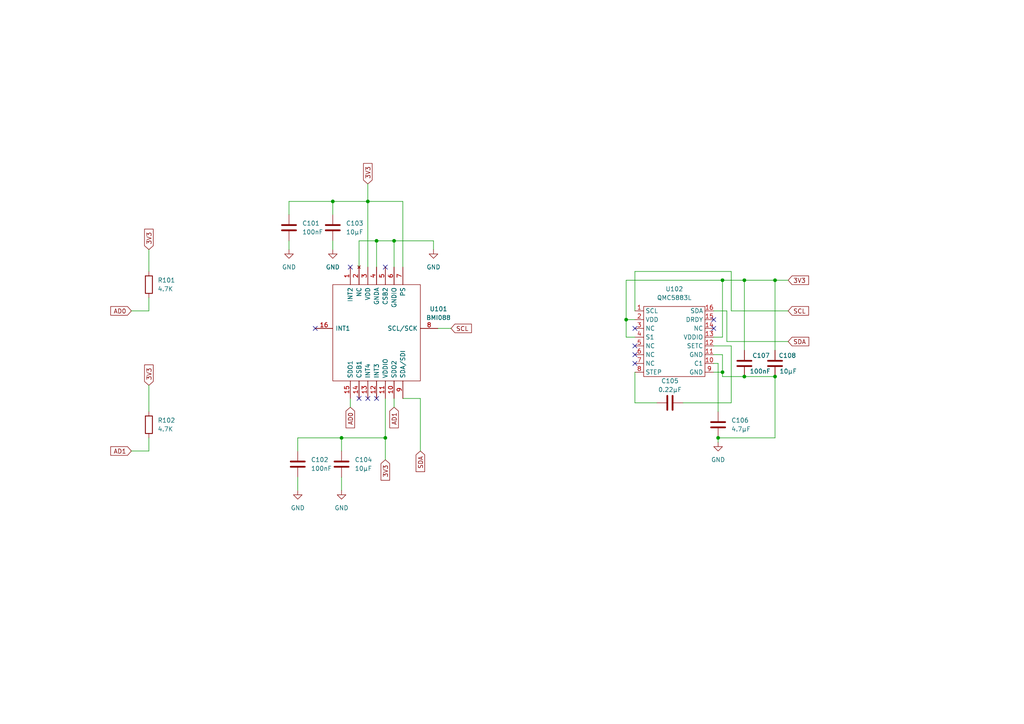
<source format=kicad_sch>
(kicad_sch
	(version 20231120)
	(generator "eeschema")
	(generator_version "8.0")
	(uuid "b7ca7690-7f9a-42bc-ab57-91d2a334d0a0")
	(paper "A4")
	(lib_symbols
		(symbol "Device:C"
			(pin_numbers hide)
			(pin_names
				(offset 0.254)
			)
			(exclude_from_sim no)
			(in_bom yes)
			(on_board yes)
			(property "Reference" "C"
				(at 0.635 2.54 0)
				(effects
					(font
						(size 1.27 1.27)
					)
					(justify left)
				)
			)
			(property "Value" "C"
				(at 0.635 -2.54 0)
				(effects
					(font
						(size 1.27 1.27)
					)
					(justify left)
				)
			)
			(property "Footprint" ""
				(at 0.9652 -3.81 0)
				(effects
					(font
						(size 1.27 1.27)
					)
					(hide yes)
				)
			)
			(property "Datasheet" "~"
				(at 0 0 0)
				(effects
					(font
						(size 1.27 1.27)
					)
					(hide yes)
				)
			)
			(property "Description" "Unpolarized capacitor"
				(at 0 0 0)
				(effects
					(font
						(size 1.27 1.27)
					)
					(hide yes)
				)
			)
			(property "ki_keywords" "cap capacitor"
				(at 0 0 0)
				(effects
					(font
						(size 1.27 1.27)
					)
					(hide yes)
				)
			)
			(property "ki_fp_filters" "C_*"
				(at 0 0 0)
				(effects
					(font
						(size 1.27 1.27)
					)
					(hide yes)
				)
			)
			(symbol "C_0_1"
				(polyline
					(pts
						(xy -2.032 -0.762) (xy 2.032 -0.762)
					)
					(stroke
						(width 0.508)
						(type default)
					)
					(fill
						(type none)
					)
				)
				(polyline
					(pts
						(xy -2.032 0.762) (xy 2.032 0.762)
					)
					(stroke
						(width 0.508)
						(type default)
					)
					(fill
						(type none)
					)
				)
			)
			(symbol "C_1_1"
				(pin passive line
					(at 0 3.81 270)
					(length 2.794)
					(name "~"
						(effects
							(font
								(size 1.27 1.27)
							)
						)
					)
					(number "1"
						(effects
							(font
								(size 1.27 1.27)
							)
						)
					)
				)
				(pin passive line
					(at 0 -3.81 90)
					(length 2.794)
					(name "~"
						(effects
							(font
								(size 1.27 1.27)
							)
						)
					)
					(number "2"
						(effects
							(font
								(size 1.27 1.27)
							)
						)
					)
				)
			)
		)
		(symbol "Device:R"
			(pin_numbers hide)
			(pin_names
				(offset 0)
			)
			(exclude_from_sim no)
			(in_bom yes)
			(on_board yes)
			(property "Reference" "R"
				(at 2.032 0 90)
				(effects
					(font
						(size 1.27 1.27)
					)
				)
			)
			(property "Value" "R"
				(at 0 0 90)
				(effects
					(font
						(size 1.27 1.27)
					)
				)
			)
			(property "Footprint" ""
				(at -1.778 0 90)
				(effects
					(font
						(size 1.27 1.27)
					)
					(hide yes)
				)
			)
			(property "Datasheet" "~"
				(at 0 0 0)
				(effects
					(font
						(size 1.27 1.27)
					)
					(hide yes)
				)
			)
			(property "Description" "Resistor"
				(at 0 0 0)
				(effects
					(font
						(size 1.27 1.27)
					)
					(hide yes)
				)
			)
			(property "ki_keywords" "R res resistor"
				(at 0 0 0)
				(effects
					(font
						(size 1.27 1.27)
					)
					(hide yes)
				)
			)
			(property "ki_fp_filters" "R_*"
				(at 0 0 0)
				(effects
					(font
						(size 1.27 1.27)
					)
					(hide yes)
				)
			)
			(symbol "R_0_1"
				(rectangle
					(start -1.016 -2.54)
					(end 1.016 2.54)
					(stroke
						(width 0.254)
						(type default)
					)
					(fill
						(type none)
					)
				)
			)
			(symbol "R_1_1"
				(pin passive line
					(at 0 3.81 270)
					(length 1.27)
					(name "~"
						(effects
							(font
								(size 1.27 1.27)
							)
						)
					)
					(number "1"
						(effects
							(font
								(size 1.27 1.27)
							)
						)
					)
				)
				(pin passive line
					(at 0 -3.81 90)
					(length 1.27)
					(name "~"
						(effects
							(font
								(size 1.27 1.27)
							)
						)
					)
					(number "2"
						(effects
							(font
								(size 1.27 1.27)
							)
						)
					)
				)
			)
		)
		(symbol "SamacSys_Parts:BMI088"
			(pin_names
				(offset 0.762)
			)
			(exclude_from_sim no)
			(in_bom yes)
			(on_board yes)
			(property "Reference" "IC"
				(at 31.75 17.78 0)
				(effects
					(font
						(size 1.27 1.27)
					)
					(justify left)
				)
			)
			(property "Value" "BMI088"
				(at 31.75 15.24 0)
				(effects
					(font
						(size 1.27 1.27)
					)
					(justify left)
				)
			)
			(property "Footprint" "BMI088"
				(at 31.75 12.7 0)
				(effects
					(font
						(size 1.27 1.27)
					)
					(justify left)
					(hide yes)
				)
			)
			(property "Datasheet" "http://uk.rs-online.com/web/p/products/2457367P"
				(at 31.75 10.16 0)
				(effects
					(font
						(size 1.27 1.27)
					)
					(justify left)
					(hide yes)
				)
			)
			(property "Description" "Inertial Measurement Unit Digital Output 2.5V/3.3V Automotive"
				(at 31.75 7.62 0)
				(effects
					(font
						(size 1.27 1.27)
					)
					(justify left)
					(hide yes)
				)
			)
			(property "Height" "1.45"
				(at 31.75 5.08 0)
				(effects
					(font
						(size 1.27 1.27)
					)
					(justify left)
					(hide yes)
				)
			)
			(property "RS Part Number" "2457367P"
				(at 31.75 2.54 0)
				(effects
					(font
						(size 1.27 1.27)
					)
					(justify left)
					(hide yes)
				)
			)
			(property "RS Price/Stock" "http://uk.rs-online.com/web/p/products/2457367P"
				(at 31.75 0 0)
				(effects
					(font
						(size 1.27 1.27)
					)
					(justify left)
					(hide yes)
				)
			)
			(property "Manufacturer_Name" "BOSCH"
				(at 31.75 -2.54 0)
				(effects
					(font
						(size 1.27 1.27)
					)
					(justify left)
					(hide yes)
				)
			)
			(property "Manufacturer_Part_Number" "BMI088"
				(at 31.75 -5.08 0)
				(effects
					(font
						(size 1.27 1.27)
					)
					(justify left)
					(hide yes)
				)
			)
			(symbol "BMI088_0_0"
				(pin passive line
					(at 10.16 17.78 270)
					(length 5.08)
					(name "INT2"
						(effects
							(font
								(size 1.27 1.27)
							)
						)
					)
					(number "1"
						(effects
							(font
								(size 1.27 1.27)
							)
						)
					)
				)
				(pin passive line
					(at 22.86 -20.32 90)
					(length 5.08)
					(name "SDO2"
						(effects
							(font
								(size 1.27 1.27)
							)
						)
					)
					(number "10"
						(effects
							(font
								(size 1.27 1.27)
							)
						)
					)
				)
				(pin passive line
					(at 20.32 -20.32 90)
					(length 5.08)
					(name "VDDIO"
						(effects
							(font
								(size 1.27 1.27)
							)
						)
					)
					(number "11"
						(effects
							(font
								(size 1.27 1.27)
							)
						)
					)
				)
				(pin passive line
					(at 17.78 -20.32 90)
					(length 5.08)
					(name "INT3"
						(effects
							(font
								(size 1.27 1.27)
							)
						)
					)
					(number "12"
						(effects
							(font
								(size 1.27 1.27)
							)
						)
					)
				)
				(pin passive line
					(at 15.24 -20.32 90)
					(length 5.08)
					(name "INT4"
						(effects
							(font
								(size 1.27 1.27)
							)
						)
					)
					(number "13"
						(effects
							(font
								(size 1.27 1.27)
							)
						)
					)
				)
				(pin passive line
					(at 12.7 -20.32 90)
					(length 5.08)
					(name "CSB1"
						(effects
							(font
								(size 1.27 1.27)
							)
						)
					)
					(number "14"
						(effects
							(font
								(size 1.27 1.27)
							)
						)
					)
				)
				(pin passive line
					(at 10.16 -20.32 90)
					(length 5.08)
					(name "SDO1"
						(effects
							(font
								(size 1.27 1.27)
							)
						)
					)
					(number "15"
						(effects
							(font
								(size 1.27 1.27)
							)
						)
					)
				)
				(pin passive line
					(at 0 0 0)
					(length 5.08)
					(name "INT1"
						(effects
							(font
								(size 1.27 1.27)
							)
						)
					)
					(number "16"
						(effects
							(font
								(size 1.27 1.27)
							)
						)
					)
				)
				(pin no_connect line
					(at 12.7 17.78 270)
					(length 5.08)
					(name "NC"
						(effects
							(font
								(size 1.27 1.27)
							)
						)
					)
					(number "2"
						(effects
							(font
								(size 1.27 1.27)
							)
						)
					)
				)
				(pin passive line
					(at 15.24 17.78 270)
					(length 5.08)
					(name "VDD"
						(effects
							(font
								(size 1.27 1.27)
							)
						)
					)
					(number "3"
						(effects
							(font
								(size 1.27 1.27)
							)
						)
					)
				)
				(pin passive line
					(at 17.78 17.78 270)
					(length 5.08)
					(name "GNDA"
						(effects
							(font
								(size 1.27 1.27)
							)
						)
					)
					(number "4"
						(effects
							(font
								(size 1.27 1.27)
							)
						)
					)
				)
				(pin passive line
					(at 20.32 17.78 270)
					(length 5.08)
					(name "CSB2"
						(effects
							(font
								(size 1.27 1.27)
							)
						)
					)
					(number "5"
						(effects
							(font
								(size 1.27 1.27)
							)
						)
					)
				)
				(pin passive line
					(at 22.86 17.78 270)
					(length 5.08)
					(name "GNDIO"
						(effects
							(font
								(size 1.27 1.27)
							)
						)
					)
					(number "6"
						(effects
							(font
								(size 1.27 1.27)
							)
						)
					)
				)
				(pin passive line
					(at 25.4 17.78 270)
					(length 5.08)
					(name "PS"
						(effects
							(font
								(size 1.27 1.27)
							)
						)
					)
					(number "7"
						(effects
							(font
								(size 1.27 1.27)
							)
						)
					)
				)
				(pin passive line
					(at 35.56 0 180)
					(length 5.08)
					(name "SCL/SCK"
						(effects
							(font
								(size 1.27 1.27)
							)
						)
					)
					(number "8"
						(effects
							(font
								(size 1.27 1.27)
							)
						)
					)
				)
				(pin passive line
					(at 25.4 -20.32 90)
					(length 5.08)
					(name "SDA/SDI"
						(effects
							(font
								(size 1.27 1.27)
							)
						)
					)
					(number "9"
						(effects
							(font
								(size 1.27 1.27)
							)
						)
					)
				)
			)
			(symbol "BMI088_0_1"
				(polyline
					(pts
						(xy 5.08 12.7) (xy 30.48 12.7) (xy 30.48 -15.24) (xy 5.08 -15.24) (xy 5.08 12.7)
					)
					(stroke
						(width 0.1524)
						(type solid)
					)
					(fill
						(type none)
					)
				)
			)
		)
		(symbol "WOBCLibrary:_QMC5883L"
			(exclude_from_sim no)
			(in_bom yes)
			(on_board yes)
			(property "Reference" "U"
				(at 0 2.54 0)
				(effects
					(font
						(size 1.27 1.27)
					)
				)
			)
			(property "Value" ""
				(at 0 0 0)
				(effects
					(font
						(size 1.27 1.27)
					)
				)
			)
			(property "Footprint" ""
				(at 0 0 0)
				(effects
					(font
						(size 1.27 1.27)
					)
					(hide yes)
				)
			)
			(property "Datasheet" ""
				(at 0 0 0)
				(effects
					(font
						(size 1.27 1.27)
					)
					(hide yes)
				)
			)
			(property "Description" ""
				(at 0 0 0)
				(effects
					(font
						(size 1.27 1.27)
					)
					(hide yes)
				)
			)
			(property "シンボル名" "_QMC5883L"
				(at 0 0 0)
				(effects
					(font
						(size 1.27 1.27)
					)
				)
			)
			(symbol "_QMC5883L_0_1"
				(rectangle
					(start -8.89 -2.54)
					(end 8.89 -22.86)
					(stroke
						(width 0)
						(type default)
					)
					(fill
						(type none)
					)
				)
			)
			(symbol "_QMC5883L_1_1"
				(pin input line
					(at -11.43 -3.81 0)
					(length 2.54)
					(name "SCL"
						(effects
							(font
								(size 1.27 1.27)
							)
						)
					)
					(number "1"
						(effects
							(font
								(size 1.27 1.27)
							)
						)
					)
				)
				(pin input line
					(at 11.43 -19.05 180)
					(length 2.54)
					(name "C1"
						(effects
							(font
								(size 1.27 1.27)
							)
						)
					)
					(number "10"
						(effects
							(font
								(size 1.27 1.27)
							)
						)
					)
				)
				(pin input line
					(at 11.43 -16.51 180)
					(length 2.54)
					(name "GND"
						(effects
							(font
								(size 1.27 1.27)
							)
						)
					)
					(number "11"
						(effects
							(font
								(size 1.27 1.27)
							)
						)
					)
				)
				(pin input line
					(at 11.43 -13.97 180)
					(length 2.54)
					(name "SETC"
						(effects
							(font
								(size 1.27 1.27)
							)
						)
					)
					(number "12"
						(effects
							(font
								(size 1.27 1.27)
							)
						)
					)
				)
				(pin input line
					(at 11.43 -11.43 180)
					(length 2.54)
					(name "VDDIO"
						(effects
							(font
								(size 1.27 1.27)
							)
						)
					)
					(number "13"
						(effects
							(font
								(size 1.27 1.27)
							)
						)
					)
				)
				(pin input line
					(at 11.43 -8.89 180)
					(length 2.54)
					(name "NC"
						(effects
							(font
								(size 1.27 1.27)
							)
						)
					)
					(number "14"
						(effects
							(font
								(size 1.27 1.27)
							)
						)
					)
				)
				(pin input line
					(at 11.43 -6.35 180)
					(length 2.54)
					(name "DRDY"
						(effects
							(font
								(size 1.27 1.27)
							)
						)
					)
					(number "15"
						(effects
							(font
								(size 1.27 1.27)
							)
						)
					)
				)
				(pin input line
					(at 11.43 -3.81 180)
					(length 2.54)
					(name "SDA"
						(effects
							(font
								(size 1.27 1.27)
							)
						)
					)
					(number "16"
						(effects
							(font
								(size 1.27 1.27)
							)
						)
					)
				)
				(pin input line
					(at -11.43 -6.35 0)
					(length 2.54)
					(name "VDD"
						(effects
							(font
								(size 1.27 1.27)
							)
						)
					)
					(number "2"
						(effects
							(font
								(size 1.27 1.27)
							)
						)
					)
				)
				(pin input line
					(at -11.43 -8.89 0)
					(length 2.54)
					(name "NC"
						(effects
							(font
								(size 1.27 1.27)
							)
						)
					)
					(number "3"
						(effects
							(font
								(size 1.27 1.27)
							)
						)
					)
				)
				(pin input line
					(at -11.43 -11.43 0)
					(length 2.54)
					(name "S1"
						(effects
							(font
								(size 1.27 1.27)
							)
						)
					)
					(number "4"
						(effects
							(font
								(size 1.27 1.27)
							)
						)
					)
				)
				(pin input line
					(at -11.43 -13.97 0)
					(length 2.54)
					(name "NC"
						(effects
							(font
								(size 1.27 1.27)
							)
						)
					)
					(number "5"
						(effects
							(font
								(size 1.27 1.27)
							)
						)
					)
				)
				(pin input line
					(at -11.43 -16.51 0)
					(length 2.54)
					(name "NC"
						(effects
							(font
								(size 1.27 1.27)
							)
						)
					)
					(number "6"
						(effects
							(font
								(size 1.27 1.27)
							)
						)
					)
				)
				(pin input line
					(at -11.43 -19.05 0)
					(length 2.54)
					(name "NC"
						(effects
							(font
								(size 1.27 1.27)
							)
						)
					)
					(number "7"
						(effects
							(font
								(size 1.27 1.27)
							)
						)
					)
				)
				(pin input line
					(at -11.43 -21.59 0)
					(length 2.54)
					(name "STEP"
						(effects
							(font
								(size 1.27 1.27)
							)
						)
					)
					(number "8"
						(effects
							(font
								(size 1.27 1.27)
							)
						)
					)
				)
				(pin input line
					(at 11.43 -21.59 180)
					(length 2.54)
					(name "GND"
						(effects
							(font
								(size 1.27 1.27)
							)
						)
					)
					(number "9"
						(effects
							(font
								(size 1.27 1.27)
							)
						)
					)
				)
			)
		)
		(symbol "power:GND"
			(power)
			(pin_names
				(offset 0)
			)
			(exclude_from_sim no)
			(in_bom yes)
			(on_board yes)
			(property "Reference" "#PWR"
				(at 0 -6.35 0)
				(effects
					(font
						(size 1.27 1.27)
					)
					(hide yes)
				)
			)
			(property "Value" "GND"
				(at 0 -3.81 0)
				(effects
					(font
						(size 1.27 1.27)
					)
				)
			)
			(property "Footprint" ""
				(at 0 0 0)
				(effects
					(font
						(size 1.27 1.27)
					)
					(hide yes)
				)
			)
			(property "Datasheet" ""
				(at 0 0 0)
				(effects
					(font
						(size 1.27 1.27)
					)
					(hide yes)
				)
			)
			(property "Description" "Power symbol creates a global label with name \"GND\" , ground"
				(at 0 0 0)
				(effects
					(font
						(size 1.27 1.27)
					)
					(hide yes)
				)
			)
			(property "ki_keywords" "global power"
				(at 0 0 0)
				(effects
					(font
						(size 1.27 1.27)
					)
					(hide yes)
				)
			)
			(symbol "GND_0_1"
				(polyline
					(pts
						(xy 0 0) (xy 0 -1.27) (xy 1.27 -1.27) (xy 0 -2.54) (xy -1.27 -1.27) (xy 0 -1.27)
					)
					(stroke
						(width 0)
						(type default)
					)
					(fill
						(type none)
					)
				)
			)
			(symbol "GND_1_1"
				(pin power_in line
					(at 0 0 270)
					(length 0) hide
					(name "GND"
						(effects
							(font
								(size 1.27 1.27)
							)
						)
					)
					(number "1"
						(effects
							(font
								(size 1.27 1.27)
							)
						)
					)
				)
			)
		)
	)
	(junction
		(at 215.9 81.28)
		(diameter 0)
		(color 0 0 0 0)
		(uuid "45d9d6be-b203-4f23-a1d0-d1f9e1bb5dbb")
	)
	(junction
		(at 208.28 127)
		(diameter 0)
		(color 0 0 0 0)
		(uuid "48886eba-07ea-4393-812e-a789103354de")
	)
	(junction
		(at 209.55 107.95)
		(diameter 0)
		(color 0 0 0 0)
		(uuid "4a9c1cef-4c39-4a3c-b0ed-3844eeafb376")
	)
	(junction
		(at 181.61 92.71)
		(diameter 0)
		(color 0 0 0 0)
		(uuid "65f71a33-ec18-4369-8f90-a39cae879eae")
	)
	(junction
		(at 224.79 109.22)
		(diameter 0)
		(color 0 0 0 0)
		(uuid "6c3eacf0-b504-4f38-9719-82a07ca53960")
	)
	(junction
		(at 224.79 81.28)
		(diameter 0)
		(color 0 0 0 0)
		(uuid "6ec305af-a17d-4126-a8c5-1a4bd4a28ac1")
	)
	(junction
		(at 96.52 58.42)
		(diameter 0)
		(color 0 0 0 0)
		(uuid "71081e24-833f-4466-aa7e-5ddcbb5052aa")
	)
	(junction
		(at 106.68 58.42)
		(diameter 0)
		(color 0 0 0 0)
		(uuid "7f32a24b-b0c9-4859-b7f6-c5323a42262a")
	)
	(junction
		(at 109.22 69.85)
		(diameter 0)
		(color 0 0 0 0)
		(uuid "84db84df-6710-4322-a254-b8c8bf9ed591")
	)
	(junction
		(at 99.06 127)
		(diameter 0)
		(color 0 0 0 0)
		(uuid "851ac03e-80ba-45c2-b227-2e2992b1b0b9")
	)
	(junction
		(at 209.55 81.28)
		(diameter 0)
		(color 0 0 0 0)
		(uuid "bd9411ab-dfa9-4c7c-aa4d-89887920e92f")
	)
	(junction
		(at 111.76 127)
		(diameter 0)
		(color 0 0 0 0)
		(uuid "e3c403e0-2179-48c3-9c7d-e11752591699")
	)
	(junction
		(at 114.3 69.85)
		(diameter 0)
		(color 0 0 0 0)
		(uuid "e5d05645-409c-4c30-90c2-a490a1cbb849")
	)
	(junction
		(at 215.9 109.22)
		(diameter 0)
		(color 0 0 0 0)
		(uuid "eca3bd6c-c374-4662-be3c-a7fdb78b7589")
	)
	(no_connect
		(at 106.68 115.57)
		(uuid "1b7a77d3-f8d2-440b-8683-a0c94fcddc59")
	)
	(no_connect
		(at 104.14 115.57)
		(uuid "5d5bebf2-bcc9-4cfb-aba9-fb11d38d66bf")
	)
	(no_connect
		(at 184.15 95.25)
		(uuid "621a60b6-8dcb-43b9-8722-1878c2c4d15e")
	)
	(no_connect
		(at 207.01 92.71)
		(uuid "847c55a6-d61e-4981-87fe-f94846298b26")
	)
	(no_connect
		(at 184.15 102.87)
		(uuid "8dde2fde-daa6-4e9e-a8dd-71df60fcc5d6")
	)
	(no_connect
		(at 207.01 95.25)
		(uuid "900ab4d8-a6aa-4b82-87ec-1b6db49beea4")
	)
	(no_connect
		(at 109.22 115.57)
		(uuid "9aafd42a-d159-4c22-b7e4-ede6bb1cfc2f")
	)
	(no_connect
		(at 184.15 100.33)
		(uuid "9ef24ee7-a6be-4f86-b234-113f05b50d12")
	)
	(no_connect
		(at 101.6 77.47)
		(uuid "df6dd7d0-f100-42cb-b083-c58a9453ec3e")
	)
	(no_connect
		(at 184.15 105.41)
		(uuid "e5e91c7d-95ae-4e2a-b28c-46b487c05e65")
	)
	(no_connect
		(at 111.76 77.47)
		(uuid "e96f5a61-4ce4-49ef-923a-39dcb9c513de")
	)
	(no_connect
		(at 91.44 95.25)
		(uuid "f3e598fd-3468-4b11-8b64-0b91550e49b3")
	)
	(wire
		(pts
			(xy 121.92 115.57) (xy 121.92 130.81)
		)
		(stroke
			(width 0)
			(type default)
		)
		(uuid "072d0244-7d69-430a-b293-a29b3f05943d")
	)
	(wire
		(pts
			(xy 212.09 90.17) (xy 228.6 90.17)
		)
		(stroke
			(width 0)
			(type default)
		)
		(uuid "0db49c7a-fa5a-4804-aeb9-70c98d91cbd3")
	)
	(wire
		(pts
			(xy 101.6 115.57) (xy 101.6 118.11)
		)
		(stroke
			(width 0)
			(type default)
		)
		(uuid "0f8862e4-0e74-473b-9e74-054a7b1e8644")
	)
	(wire
		(pts
			(xy 224.79 81.28) (xy 228.6 81.28)
		)
		(stroke
			(width 0)
			(type default)
		)
		(uuid "105be1c2-5bd0-4142-aec0-36b8c1577e4e")
	)
	(wire
		(pts
			(xy 104.14 69.85) (xy 109.22 69.85)
		)
		(stroke
			(width 0)
			(type default)
		)
		(uuid "1118aa74-93fe-41ab-8357-b315a3dd7dea")
	)
	(wire
		(pts
			(xy 207.01 107.95) (xy 209.55 107.95)
		)
		(stroke
			(width 0)
			(type default)
		)
		(uuid "1213eff1-3022-4be4-a69d-7d59711d0c07")
	)
	(wire
		(pts
			(xy 116.84 77.47) (xy 116.84 58.42)
		)
		(stroke
			(width 0)
			(type default)
		)
		(uuid "14a87d28-cfa7-4f6e-90d5-93bc8a737280")
	)
	(wire
		(pts
			(xy 184.15 90.17) (xy 184.15 78.74)
		)
		(stroke
			(width 0)
			(type default)
		)
		(uuid "14d53249-a91f-4427-b67e-5f7ff58fffe9")
	)
	(wire
		(pts
			(xy 86.36 127) (xy 99.06 127)
		)
		(stroke
			(width 0)
			(type default)
		)
		(uuid "1594ef31-86ad-401a-b55b-a424c57fb311")
	)
	(wire
		(pts
			(xy 83.82 69.85) (xy 83.82 72.39)
		)
		(stroke
			(width 0)
			(type default)
		)
		(uuid "188275e3-2be5-46c0-a475-b6d044fcd501")
	)
	(wire
		(pts
			(xy 209.55 109.22) (xy 215.9 109.22)
		)
		(stroke
			(width 0)
			(type default)
		)
		(uuid "1a466bf1-657c-4625-891b-9e6ab2ac49b3")
	)
	(wire
		(pts
			(xy 184.15 116.84) (xy 190.5 116.84)
		)
		(stroke
			(width 0)
			(type default)
		)
		(uuid "1aebf9a9-9bab-47fd-a2ad-be42dbee41c3")
	)
	(wire
		(pts
			(xy 184.15 107.95) (xy 184.15 116.84)
		)
		(stroke
			(width 0)
			(type default)
		)
		(uuid "1c756e3c-3a5f-4ac2-8fd6-88ad759eb81f")
	)
	(wire
		(pts
			(xy 121.92 115.57) (xy 116.84 115.57)
		)
		(stroke
			(width 0)
			(type default)
		)
		(uuid "1cb871a0-9a4f-467a-a5d7-0a7619ebb083")
	)
	(wire
		(pts
			(xy 106.68 58.42) (xy 106.68 77.47)
		)
		(stroke
			(width 0)
			(type default)
		)
		(uuid "1d514ac9-e558-4fbf-bf0b-0b68e382e910")
	)
	(wire
		(pts
			(xy 181.61 92.71) (xy 181.61 97.79)
		)
		(stroke
			(width 0)
			(type default)
		)
		(uuid "1ee32836-b2b4-497a-b02d-c188cfc2f7ef")
	)
	(wire
		(pts
			(xy 109.22 69.85) (xy 109.22 77.47)
		)
		(stroke
			(width 0)
			(type default)
		)
		(uuid "23317c72-4360-4469-8d8e-a3846308a7d6")
	)
	(wire
		(pts
			(xy 215.9 81.28) (xy 224.79 81.28)
		)
		(stroke
			(width 0)
			(type default)
		)
		(uuid "27465df7-5406-4a2a-baa1-0fc41cc0e84e")
	)
	(wire
		(pts
			(xy 212.09 78.74) (xy 212.09 90.17)
		)
		(stroke
			(width 0)
			(type default)
		)
		(uuid "28c62638-01a8-455f-9d9b-0e64145ef8f1")
	)
	(wire
		(pts
			(xy 99.06 130.81) (xy 99.06 127)
		)
		(stroke
			(width 0)
			(type default)
		)
		(uuid "29966c4f-162f-4e72-bc8a-4d616969dc44")
	)
	(wire
		(pts
			(xy 125.73 69.85) (xy 125.73 72.39)
		)
		(stroke
			(width 0)
			(type default)
		)
		(uuid "2c5c4f4c-d3c9-4cbc-b9c4-0df19cf66c09")
	)
	(wire
		(pts
			(xy 209.55 81.28) (xy 181.61 81.28)
		)
		(stroke
			(width 0)
			(type default)
		)
		(uuid "2d6b2182-1bc2-4529-9667-7cc56b6818a8")
	)
	(wire
		(pts
			(xy 43.18 127) (xy 43.18 130.81)
		)
		(stroke
			(width 0)
			(type default)
		)
		(uuid "2e5e40cc-eda2-4b81-8e20-0afd75a07bf8")
	)
	(wire
		(pts
			(xy 38.1 130.81) (xy 43.18 130.81)
		)
		(stroke
			(width 0)
			(type default)
		)
		(uuid "34ab0aa0-10d2-41ca-8391-ac189f3366f2")
	)
	(wire
		(pts
			(xy 96.52 69.85) (xy 96.52 72.39)
		)
		(stroke
			(width 0)
			(type default)
		)
		(uuid "353cfd62-4e05-40f8-8787-75c05c436dce")
	)
	(wire
		(pts
			(xy 207.01 102.87) (xy 209.55 102.87)
		)
		(stroke
			(width 0)
			(type default)
		)
		(uuid "39a4fbbc-679b-424f-98e3-3a65fff6aa69")
	)
	(wire
		(pts
			(xy 208.28 105.41) (xy 208.28 119.38)
		)
		(stroke
			(width 0)
			(type default)
		)
		(uuid "47a06dc3-6247-469c-89c3-2dfed6ea50bf")
	)
	(wire
		(pts
			(xy 104.14 77.47) (xy 104.14 69.85)
		)
		(stroke
			(width 0)
			(type default)
		)
		(uuid "4bc34acd-e2db-478f-9917-17333a62ee45")
	)
	(wire
		(pts
			(xy 209.55 81.28) (xy 209.55 97.79)
		)
		(stroke
			(width 0)
			(type default)
		)
		(uuid "4e6613cc-ef00-4544-8693-e7150158e40c")
	)
	(wire
		(pts
			(xy 184.15 92.71) (xy 181.61 92.71)
		)
		(stroke
			(width 0)
			(type default)
		)
		(uuid "4ee4721e-c2d0-4c56-bf72-86c87af3a4db")
	)
	(wire
		(pts
			(xy 215.9 81.28) (xy 215.9 101.6)
		)
		(stroke
			(width 0)
			(type default)
		)
		(uuid "52f7166c-0b86-416c-918c-8f30810d0dff")
	)
	(wire
		(pts
			(xy 114.3 69.85) (xy 114.3 77.47)
		)
		(stroke
			(width 0)
			(type default)
		)
		(uuid "55954429-4684-4e23-962b-88310eb7d798")
	)
	(wire
		(pts
			(xy 207.01 100.33) (xy 212.09 100.33)
		)
		(stroke
			(width 0)
			(type default)
		)
		(uuid "5b85b9f1-86ee-42d8-9c55-f5c8a0c36977")
	)
	(wire
		(pts
			(xy 209.55 81.28) (xy 215.9 81.28)
		)
		(stroke
			(width 0)
			(type default)
		)
		(uuid "616e02f8-749f-4043-aa43-a84a5cb6205b")
	)
	(wire
		(pts
			(xy 111.76 127) (xy 111.76 133.35)
		)
		(stroke
			(width 0)
			(type default)
		)
		(uuid "6f78d4af-6924-4006-b14f-52b4143b2def")
	)
	(wire
		(pts
			(xy 43.18 86.36) (xy 43.18 90.17)
		)
		(stroke
			(width 0)
			(type default)
		)
		(uuid "77fc38bc-8798-4f94-a6d6-8b45538fe5cd")
	)
	(wire
		(pts
			(xy 181.61 81.28) (xy 181.61 92.71)
		)
		(stroke
			(width 0)
			(type default)
		)
		(uuid "7b7ee7d2-7b76-4455-be87-ef042a2a25b7")
	)
	(wire
		(pts
			(xy 127 95.25) (xy 130.81 95.25)
		)
		(stroke
			(width 0)
			(type default)
		)
		(uuid "80841cc6-fd4c-4d28-a9fb-46c95e8b8fc3")
	)
	(wire
		(pts
			(xy 116.84 58.42) (xy 106.68 58.42)
		)
		(stroke
			(width 0)
			(type default)
		)
		(uuid "8160a6d2-88cc-4158-9c61-1e320310fb67")
	)
	(wire
		(pts
			(xy 114.3 69.85) (xy 125.73 69.85)
		)
		(stroke
			(width 0)
			(type default)
		)
		(uuid "90d5a513-d4d0-47d0-8e79-fe0c98c5b0a6")
	)
	(wire
		(pts
			(xy 83.82 62.23) (xy 83.82 58.42)
		)
		(stroke
			(width 0)
			(type default)
		)
		(uuid "90d75d3d-1eb9-4387-ad1c-9418976531e1")
	)
	(wire
		(pts
			(xy 96.52 58.42) (xy 106.68 58.42)
		)
		(stroke
			(width 0)
			(type default)
		)
		(uuid "954d9359-c176-418a-827b-b889aba726f4")
	)
	(wire
		(pts
			(xy 224.79 127) (xy 208.28 127)
		)
		(stroke
			(width 0)
			(type default)
		)
		(uuid "a85fc2b5-9c8b-44b8-8678-3251fab32bf5")
	)
	(wire
		(pts
			(xy 109.22 69.85) (xy 114.3 69.85)
		)
		(stroke
			(width 0)
			(type default)
		)
		(uuid "acd4bc89-c7aa-449a-b266-83349dab88db")
	)
	(wire
		(pts
			(xy 208.28 127) (xy 208.28 128.27)
		)
		(stroke
			(width 0)
			(type default)
		)
		(uuid "b111fa8f-33f1-47b9-96f5-b5be1731628c")
	)
	(wire
		(pts
			(xy 207.01 97.79) (xy 209.55 97.79)
		)
		(stroke
			(width 0)
			(type default)
		)
		(uuid "b5f732ad-2ee4-4e19-83ac-ba4f87a23c41")
	)
	(wire
		(pts
			(xy 86.36 130.81) (xy 86.36 127)
		)
		(stroke
			(width 0)
			(type default)
		)
		(uuid "b62a705e-7b67-4187-ac9a-e6964470a64d")
	)
	(wire
		(pts
			(xy 111.76 115.57) (xy 111.76 127)
		)
		(stroke
			(width 0)
			(type default)
		)
		(uuid "b73d857a-845e-4829-89d7-ca4d9fc8ba2d")
	)
	(wire
		(pts
			(xy 210.82 90.17) (xy 210.82 99.06)
		)
		(stroke
			(width 0)
			(type default)
		)
		(uuid "b8710632-208a-41ae-b3ea-7201e88f7239")
	)
	(wire
		(pts
			(xy 215.9 109.22) (xy 224.79 109.22)
		)
		(stroke
			(width 0)
			(type default)
		)
		(uuid "b911aeb6-66a2-49e7-84f7-a116926c7bba")
	)
	(wire
		(pts
			(xy 96.52 62.23) (xy 96.52 58.42)
		)
		(stroke
			(width 0)
			(type default)
		)
		(uuid "bbbd016e-f892-495b-b0aa-a9c8b92096e4")
	)
	(wire
		(pts
			(xy 184.15 78.74) (xy 212.09 78.74)
		)
		(stroke
			(width 0)
			(type default)
		)
		(uuid "c367b8b8-2715-4caf-a135-796babd1b523")
	)
	(wire
		(pts
			(xy 209.55 102.87) (xy 209.55 107.95)
		)
		(stroke
			(width 0)
			(type default)
		)
		(uuid "c7f25009-403c-4c3a-9c2b-f1bf04d99261")
	)
	(wire
		(pts
			(xy 99.06 127) (xy 111.76 127)
		)
		(stroke
			(width 0)
			(type default)
		)
		(uuid "ca943948-6bb2-4741-9542-3448722b0890")
	)
	(wire
		(pts
			(xy 83.82 58.42) (xy 96.52 58.42)
		)
		(stroke
			(width 0)
			(type default)
		)
		(uuid "d18a4f97-8656-4b9d-8af3-6c15414fccbe")
	)
	(wire
		(pts
			(xy 207.01 90.17) (xy 210.82 90.17)
		)
		(stroke
			(width 0)
			(type default)
		)
		(uuid "d199c4e7-86b8-4d10-b6a0-053252467e20")
	)
	(wire
		(pts
			(xy 99.06 138.43) (xy 99.06 142.24)
		)
		(stroke
			(width 0)
			(type default)
		)
		(uuid "d9753572-29a3-491a-aa82-97728dd6e0ca")
	)
	(wire
		(pts
			(xy 224.79 109.22) (xy 224.79 127)
		)
		(stroke
			(width 0)
			(type default)
		)
		(uuid "dabbcd7a-51c2-48f0-977d-0ae3f8126db0")
	)
	(wire
		(pts
			(xy 212.09 116.84) (xy 198.12 116.84)
		)
		(stroke
			(width 0)
			(type default)
		)
		(uuid "df9fb3d9-7564-43e2-a28d-0a49ffa785b8")
	)
	(wire
		(pts
			(xy 43.18 72.39) (xy 43.18 78.74)
		)
		(stroke
			(width 0)
			(type default)
		)
		(uuid "e28fbc92-4af0-4baa-9eb1-0509f0f862d4")
	)
	(wire
		(pts
			(xy 86.36 138.43) (xy 86.36 142.24)
		)
		(stroke
			(width 0)
			(type default)
		)
		(uuid "e4e464ef-2096-430c-8f68-ad3f19d6ea86")
	)
	(wire
		(pts
			(xy 38.1 90.17) (xy 43.18 90.17)
		)
		(stroke
			(width 0)
			(type default)
		)
		(uuid "e561f4a4-bc3c-4452-8692-f316941efec6")
	)
	(wire
		(pts
			(xy 114.3 115.57) (xy 114.3 118.11)
		)
		(stroke
			(width 0)
			(type default)
		)
		(uuid "f02225ba-8c94-451c-9917-6008cc4e12cb")
	)
	(wire
		(pts
			(xy 106.68 53.34) (xy 106.68 58.42)
		)
		(stroke
			(width 0)
			(type default)
		)
		(uuid "f0bbe912-e646-45f9-9f59-8eb1351af405")
	)
	(wire
		(pts
			(xy 207.01 105.41) (xy 208.28 105.41)
		)
		(stroke
			(width 0)
			(type default)
		)
		(uuid "f179d5c0-601e-4530-a85f-5d7c3bf7eee2")
	)
	(wire
		(pts
			(xy 224.79 81.28) (xy 224.79 101.6)
		)
		(stroke
			(width 0)
			(type default)
		)
		(uuid "f48d94ba-ddf9-4922-8b59-383b8df137b8")
	)
	(wire
		(pts
			(xy 209.55 109.22) (xy 209.55 107.95)
		)
		(stroke
			(width 0)
			(type default)
		)
		(uuid "f60e1e33-5d7d-424d-b59f-3fae350547f6")
	)
	(wire
		(pts
			(xy 181.61 97.79) (xy 184.15 97.79)
		)
		(stroke
			(width 0)
			(type default)
		)
		(uuid "f93cf5b9-3583-42e6-9cf9-2bac44389c32")
	)
	(wire
		(pts
			(xy 212.09 100.33) (xy 212.09 116.84)
		)
		(stroke
			(width 0)
			(type default)
		)
		(uuid "fc32c4c8-9ddc-4b58-8043-a995cff85259")
	)
	(wire
		(pts
			(xy 210.82 99.06) (xy 228.6 99.06)
		)
		(stroke
			(width 0)
			(type default)
		)
		(uuid "fd80a397-483d-4f13-8458-e729e0e7a685")
	)
	(wire
		(pts
			(xy 43.18 111.76) (xy 43.18 119.38)
		)
		(stroke
			(width 0)
			(type default)
		)
		(uuid "fee4bc9c-8750-4684-a72b-ca4c40f46046")
	)
	(global_label "SCL"
		(shape input)
		(at 130.81 95.25 0)
		(fields_autoplaced yes)
		(effects
			(font
				(size 1.27 1.27)
			)
			(justify left)
		)
		(uuid "16b87cca-fe5a-461d-8bb6-e79448006ff7")
		(property "Intersheetrefs" "${INTERSHEET_REFS}"
			(at 137.3028 95.25 0)
			(effects
				(font
					(size 1.27 1.27)
				)
				(justify left)
				(hide yes)
			)
		)
	)
	(global_label "AD0"
		(shape input)
		(at 38.1 90.17 180)
		(fields_autoplaced yes)
		(effects
			(font
				(size 1.27 1.27)
			)
			(justify right)
		)
		(uuid "1fdd938a-6742-47d2-93d1-b948b80800da")
		(property "Intersheetrefs" "${INTERSHEET_REFS}"
			(at 31.5467 90.17 0)
			(effects
				(font
					(size 1.27 1.27)
				)
				(justify right)
				(hide yes)
			)
		)
	)
	(global_label "AD1"
		(shape input)
		(at 38.1 130.81 180)
		(fields_autoplaced yes)
		(effects
			(font
				(size 1.27 1.27)
			)
			(justify right)
		)
		(uuid "2cbb1608-b6b1-4b2c-85c5-03173bdb0330")
		(property "Intersheetrefs" "${INTERSHEET_REFS}"
			(at 31.5467 130.81 0)
			(effects
				(font
					(size 1.27 1.27)
				)
				(justify right)
				(hide yes)
			)
		)
	)
	(global_label "3V3"
		(shape input)
		(at 43.18 111.76 90)
		(fields_autoplaced yes)
		(effects
			(font
				(size 1.27 1.27)
			)
			(justify left)
		)
		(uuid "53d09bdb-5bff-48b6-b0a3-33fe8c6c3b4c")
		(property "Intersheetrefs" "${INTERSHEET_REFS}"
			(at 43.18 105.2672 90)
			(effects
				(font
					(size 1.27 1.27)
				)
				(justify left)
				(hide yes)
			)
		)
	)
	(global_label "SDA"
		(shape input)
		(at 228.6 99.06 0)
		(fields_autoplaced yes)
		(effects
			(font
				(size 1.27 1.27)
			)
			(justify left)
		)
		(uuid "5a317b55-4906-4e8b-8bb9-f3c6d4d8b8b3")
		(property "Intersheetrefs" "${INTERSHEET_REFS}"
			(at 235.1533 99.06 0)
			(effects
				(font
					(size 1.27 1.27)
				)
				(justify left)
				(hide yes)
			)
		)
	)
	(global_label "SCL"
		(shape input)
		(at 228.6 90.17 0)
		(fields_autoplaced yes)
		(effects
			(font
				(size 1.27 1.27)
			)
			(justify left)
		)
		(uuid "72615ae6-f5af-46b1-b4bf-d4bd77b7c90e")
		(property "Intersheetrefs" "${INTERSHEET_REFS}"
			(at 235.0928 90.17 0)
			(effects
				(font
					(size 1.27 1.27)
				)
				(justify left)
				(hide yes)
			)
		)
	)
	(global_label "3V3"
		(shape input)
		(at 43.18 72.39 90)
		(fields_autoplaced yes)
		(effects
			(font
				(size 1.27 1.27)
			)
			(justify left)
		)
		(uuid "87b5e346-9b83-43fe-97c6-302950c9de60")
		(property "Intersheetrefs" "${INTERSHEET_REFS}"
			(at 43.18 65.8972 90)
			(effects
				(font
					(size 1.27 1.27)
				)
				(justify left)
				(hide yes)
			)
		)
	)
	(global_label "3V3"
		(shape input)
		(at 111.76 133.35 270)
		(fields_autoplaced yes)
		(effects
			(font
				(size 1.27 1.27)
			)
			(justify right)
		)
		(uuid "93029444-8ea1-4723-ae61-0a300060933b")
		(property "Intersheetrefs" "${INTERSHEET_REFS}"
			(at 111.76 139.8428 90)
			(effects
				(font
					(size 1.27 1.27)
				)
				(justify right)
				(hide yes)
			)
		)
	)
	(global_label "3V3"
		(shape input)
		(at 228.6 81.28 0)
		(fields_autoplaced yes)
		(effects
			(font
				(size 1.27 1.27)
			)
			(justify left)
		)
		(uuid "a12ed925-cd44-471f-a2dd-6dbcf89057b7")
		(property "Intersheetrefs" "${INTERSHEET_REFS}"
			(at 235.0928 81.28 0)
			(effects
				(font
					(size 1.27 1.27)
				)
				(justify left)
				(hide yes)
			)
		)
	)
	(global_label "SDA"
		(shape input)
		(at 121.92 130.81 270)
		(fields_autoplaced yes)
		(effects
			(font
				(size 1.27 1.27)
			)
			(justify right)
		)
		(uuid "aae0753d-fb3c-42b5-b76b-bff36cd0ad8a")
		(property "Intersheetrefs" "${INTERSHEET_REFS}"
			(at 121.92 137.3633 90)
			(effects
				(font
					(size 1.27 1.27)
				)
				(justify right)
				(hide yes)
			)
		)
	)
	(global_label "AD0"
		(shape input)
		(at 101.6 118.11 270)
		(fields_autoplaced yes)
		(effects
			(font
				(size 1.27 1.27)
			)
			(justify right)
		)
		(uuid "bca8b0fb-5055-4fa7-8a5b-9562323950bb")
		(property "Intersheetrefs" "${INTERSHEET_REFS}"
			(at 101.6 124.6633 90)
			(effects
				(font
					(size 1.27 1.27)
				)
				(justify right)
				(hide yes)
			)
		)
	)
	(global_label "AD1"
		(shape input)
		(at 114.3 118.11 270)
		(fields_autoplaced yes)
		(effects
			(font
				(size 1.27 1.27)
			)
			(justify right)
		)
		(uuid "bd4aaa1a-b8a5-40b9-8635-1ef447604989")
		(property "Intersheetrefs" "${INTERSHEET_REFS}"
			(at 114.3 124.6633 90)
			(effects
				(font
					(size 1.27 1.27)
				)
				(justify right)
				(hide yes)
			)
		)
	)
	(global_label "3V3"
		(shape input)
		(at 106.68 53.34 90)
		(fields_autoplaced yes)
		(effects
			(font
				(size 1.27 1.27)
			)
			(justify left)
		)
		(uuid "ef6a9758-dbaa-440d-b556-e2b6b5e8d43e")
		(property "Intersheetrefs" "${INTERSHEET_REFS}"
			(at 106.68 46.8472 90)
			(effects
				(font
					(size 1.27 1.27)
				)
				(justify left)
				(hide yes)
			)
		)
	)
	(symbol
		(lib_id "Device:R")
		(at 43.18 123.19 180)
		(unit 1)
		(exclude_from_sim no)
		(in_bom yes)
		(on_board yes)
		(dnp no)
		(fields_autoplaced yes)
		(uuid "1e7aba15-cd20-4b1f-89f4-14831fae8c58")
		(property "Reference" "R102"
			(at 45.72 121.92 0)
			(effects
				(font
					(size 1.27 1.27)
				)
				(justify right)
			)
		)
		(property "Value" "4.7K"
			(at 45.72 124.46 0)
			(effects
				(font
					(size 1.27 1.27)
				)
				(justify right)
			)
		)
		(property "Footprint" "Resistor_SMD:R_0402_1005Metric"
			(at 44.958 123.19 90)
			(effects
				(font
					(size 1.27 1.27)
				)
				(hide yes)
			)
		)
		(property "Datasheet" "~"
			(at 43.18 123.19 0)
			(effects
				(font
					(size 1.27 1.27)
				)
				(hide yes)
			)
		)
		(property "Description" ""
			(at 43.18 123.19 0)
			(effects
				(font
					(size 1.27 1.27)
				)
				(hide yes)
			)
		)
		(property "LCSC" "C25900"
			(at 43.18 123.19 0)
			(effects
				(font
					(size 1.27 1.27)
				)
				(hide yes)
			)
		)
		(pin "1"
			(uuid "20c04afd-a8e3-4a4a-8b7b-f6200bef97de")
		)
		(pin "2"
			(uuid "5973ecab-b22e-4ad6-817b-f742cd2ae6e9")
		)
		(instances
			(project "9DoF"
				(path "/b7ca7690-7f9a-42bc-ab57-91d2a334d0a0"
					(reference "R102")
					(unit 1)
				)
			)
		)
	)
	(symbol
		(lib_id "power:GND")
		(at 208.28 128.27 0)
		(unit 1)
		(exclude_from_sim no)
		(in_bom yes)
		(on_board yes)
		(dnp no)
		(fields_autoplaced yes)
		(uuid "3879eb06-0908-428c-8ad2-825e6d298e8b")
		(property "Reference" "#PWR0106"
			(at 208.28 134.62 0)
			(effects
				(font
					(size 1.27 1.27)
				)
				(hide yes)
			)
		)
		(property "Value" "GND"
			(at 208.28 133.35 0)
			(effects
				(font
					(size 1.27 1.27)
				)
			)
		)
		(property "Footprint" ""
			(at 208.28 128.27 0)
			(effects
				(font
					(size 1.27 1.27)
				)
				(hide yes)
			)
		)
		(property "Datasheet" ""
			(at 208.28 128.27 0)
			(effects
				(font
					(size 1.27 1.27)
				)
				(hide yes)
			)
		)
		(property "Description" ""
			(at 208.28 128.27 0)
			(effects
				(font
					(size 1.27 1.27)
				)
				(hide yes)
			)
		)
		(pin "1"
			(uuid "c984daba-8ff8-4d02-b120-cbed13aac20a")
		)
		(instances
			(project "9DoF"
				(path "/b7ca7690-7f9a-42bc-ab57-91d2a334d0a0"
					(reference "#PWR0106")
					(unit 1)
				)
			)
		)
	)
	(symbol
		(lib_id "power:GND")
		(at 86.36 142.24 0)
		(unit 1)
		(exclude_from_sim no)
		(in_bom yes)
		(on_board yes)
		(dnp no)
		(fields_autoplaced yes)
		(uuid "39b388f6-44db-4c4f-8c60-d2722b9bc9ee")
		(property "Reference" "#PWR0102"
			(at 86.36 148.59 0)
			(effects
				(font
					(size 1.27 1.27)
				)
				(hide yes)
			)
		)
		(property "Value" "GND"
			(at 86.36 147.32 0)
			(effects
				(font
					(size 1.27 1.27)
				)
			)
		)
		(property "Footprint" ""
			(at 86.36 142.24 0)
			(effects
				(font
					(size 1.27 1.27)
				)
				(hide yes)
			)
		)
		(property "Datasheet" ""
			(at 86.36 142.24 0)
			(effects
				(font
					(size 1.27 1.27)
				)
				(hide yes)
			)
		)
		(property "Description" ""
			(at 86.36 142.24 0)
			(effects
				(font
					(size 1.27 1.27)
				)
				(hide yes)
			)
		)
		(pin "1"
			(uuid "12aa341c-18a6-459b-8b1c-3abb8e50dcae")
		)
		(instances
			(project "9DoF"
				(path "/b7ca7690-7f9a-42bc-ab57-91d2a334d0a0"
					(reference "#PWR0102")
					(unit 1)
				)
			)
		)
	)
	(symbol
		(lib_id "power:GND")
		(at 83.82 72.39 0)
		(unit 1)
		(exclude_from_sim no)
		(in_bom yes)
		(on_board yes)
		(dnp no)
		(fields_autoplaced yes)
		(uuid "450a3259-9610-4a1e-885e-4e6a9b5da6e6")
		(property "Reference" "#PWR0101"
			(at 83.82 78.74 0)
			(effects
				(font
					(size 1.27 1.27)
				)
				(hide yes)
			)
		)
		(property "Value" "GND"
			(at 83.82 77.47 0)
			(effects
				(font
					(size 1.27 1.27)
				)
			)
		)
		(property "Footprint" ""
			(at 83.82 72.39 0)
			(effects
				(font
					(size 1.27 1.27)
				)
				(hide yes)
			)
		)
		(property "Datasheet" ""
			(at 83.82 72.39 0)
			(effects
				(font
					(size 1.27 1.27)
				)
				(hide yes)
			)
		)
		(property "Description" ""
			(at 83.82 72.39 0)
			(effects
				(font
					(size 1.27 1.27)
				)
				(hide yes)
			)
		)
		(pin "1"
			(uuid "a1546935-0077-4b6f-bb5a-ce1238d4f52f")
		)
		(instances
			(project "9DoF"
				(path "/b7ca7690-7f9a-42bc-ab57-91d2a334d0a0"
					(reference "#PWR0101")
					(unit 1)
				)
			)
		)
	)
	(symbol
		(lib_id "Device:C")
		(at 194.31 116.84 270)
		(unit 1)
		(exclude_from_sim no)
		(in_bom yes)
		(on_board yes)
		(dnp no)
		(uuid "615f11cc-01fb-4776-8578-43449b15915a")
		(property "Reference" "C105"
			(at 194.31 110.49 90)
			(effects
				(font
					(size 1.27 1.27)
				)
			)
		)
		(property "Value" "0.22μF"
			(at 194.31 113.03 90)
			(effects
				(font
					(size 1.27 1.27)
				)
			)
		)
		(property "Footprint" "Capacitor_SMD:C_0402_1005Metric"
			(at 190.5 117.8052 0)
			(effects
				(font
					(size 1.27 1.27)
				)
				(hide yes)
			)
		)
		(property "Datasheet" "~"
			(at 194.31 116.84 0)
			(effects
				(font
					(size 1.27 1.27)
				)
				(hide yes)
			)
		)
		(property "Description" ""
			(at 194.31 116.84 0)
			(effects
				(font
					(size 1.27 1.27)
				)
				(hide yes)
			)
		)
		(property "LCSC" "C16772"
			(at 194.31 116.84 0)
			(effects
				(font
					(size 1.27 1.27)
				)
				(hide yes)
			)
		)
		(pin "1"
			(uuid "7ff64891-07d4-4873-b08e-5c748dc1029d")
		)
		(pin "2"
			(uuid "ce4b42db-10ed-482d-9840-5bff05176c60")
		)
		(instances
			(project "9DoF"
				(path "/b7ca7690-7f9a-42bc-ab57-91d2a334d0a0"
					(reference "C105")
					(unit 1)
				)
			)
		)
	)
	(symbol
		(lib_id "Device:C")
		(at 96.52 66.04 0)
		(unit 1)
		(exclude_from_sim no)
		(in_bom yes)
		(on_board yes)
		(dnp no)
		(fields_autoplaced yes)
		(uuid "82ddeb55-3a15-48ea-9414-c768bdcaad95")
		(property "Reference" "C103"
			(at 100.33 64.77 0)
			(effects
				(font
					(size 1.27 1.27)
				)
				(justify left)
			)
		)
		(property "Value" "10μF"
			(at 100.33 67.31 0)
			(effects
				(font
					(size 1.27 1.27)
				)
				(justify left)
			)
		)
		(property "Footprint" "Capacitor_SMD:C_0603_1608Metric"
			(at 97.4852 69.85 0)
			(effects
				(font
					(size 1.27 1.27)
				)
				(hide yes)
			)
		)
		(property "Datasheet" "~"
			(at 96.52 66.04 0)
			(effects
				(font
					(size 1.27 1.27)
				)
				(hide yes)
			)
		)
		(property "Description" ""
			(at 96.52 66.04 0)
			(effects
				(font
					(size 1.27 1.27)
				)
				(hide yes)
			)
		)
		(property "LCSC" "C96446"
			(at 96.52 66.04 0)
			(effects
				(font
					(size 1.27 1.27)
				)
				(hide yes)
			)
		)
		(pin "1"
			(uuid "76bee8e4-dd1a-4b0c-8087-6cdcecc8205d")
		)
		(pin "2"
			(uuid "dca0e7b1-7f1b-49ed-a0cd-30b3645e370e")
		)
		(instances
			(project "9DoF"
				(path "/b7ca7690-7f9a-42bc-ab57-91d2a334d0a0"
					(reference "C103")
					(unit 1)
				)
			)
		)
	)
	(symbol
		(lib_id "power:GND")
		(at 96.52 72.39 0)
		(unit 1)
		(exclude_from_sim no)
		(in_bom yes)
		(on_board yes)
		(dnp no)
		(fields_autoplaced yes)
		(uuid "85da0b7a-1634-47ac-b932-cd0eb5a7ee21")
		(property "Reference" "#PWR0103"
			(at 96.52 78.74 0)
			(effects
				(font
					(size 1.27 1.27)
				)
				(hide yes)
			)
		)
		(property "Value" "GND"
			(at 96.52 77.47 0)
			(effects
				(font
					(size 1.27 1.27)
				)
			)
		)
		(property "Footprint" ""
			(at 96.52 72.39 0)
			(effects
				(font
					(size 1.27 1.27)
				)
				(hide yes)
			)
		)
		(property "Datasheet" ""
			(at 96.52 72.39 0)
			(effects
				(font
					(size 1.27 1.27)
				)
				(hide yes)
			)
		)
		(property "Description" ""
			(at 96.52 72.39 0)
			(effects
				(font
					(size 1.27 1.27)
				)
				(hide yes)
			)
		)
		(pin "1"
			(uuid "a4602eef-b071-4b60-a49b-47a8e96786d7")
		)
		(instances
			(project "9DoF"
				(path "/b7ca7690-7f9a-42bc-ab57-91d2a334d0a0"
					(reference "#PWR0103")
					(unit 1)
				)
			)
		)
	)
	(symbol
		(lib_id "SamacSys_Parts:BMI088")
		(at 91.44 95.25 0)
		(unit 1)
		(exclude_from_sim no)
		(in_bom yes)
		(on_board yes)
		(dnp no)
		(uuid "89c7c72e-a5a7-4fea-ad46-0a1d993ecba7")
		(property "Reference" "U101"
			(at 127.193 89.6054 0)
			(effects
				(font
					(size 1.27 1.27)
				)
			)
		)
		(property "Value" "BMI088"
			(at 127.193 92.1454 0)
			(effects
				(font
					(size 1.27 1.27)
				)
			)
		)
		(property "Footprint" "WOBClibraries:BMI088"
			(at 123.19 82.55 0)
			(effects
				(font
					(size 1.27 1.27)
				)
				(justify left)
				(hide yes)
			)
		)
		(property "Datasheet" "http://uk.rs-online.com/web/p/products/2457367P"
			(at 123.19 85.09 0)
			(effects
				(font
					(size 1.27 1.27)
				)
				(justify left)
				(hide yes)
			)
		)
		(property "Description" "Inertial Measurement Unit Digital Output 2.5V/3.3V Automotive"
			(at 123.19 87.63 0)
			(effects
				(font
					(size 1.27 1.27)
				)
				(justify left)
				(hide yes)
			)
		)
		(property "Height" "1.45"
			(at 123.19 90.17 0)
			(effects
				(font
					(size 1.27 1.27)
				)
				(justify left)
				(hide yes)
			)
		)
		(property "RS Part Number" "2457367P"
			(at 123.19 92.71 0)
			(effects
				(font
					(size 1.27 1.27)
				)
				(justify left)
				(hide yes)
			)
		)
		(property "RS Price/Stock" "http://uk.rs-online.com/web/p/products/2457367P"
			(at 123.19 95.25 0)
			(effects
				(font
					(size 1.27 1.27)
				)
				(justify left)
				(hide yes)
			)
		)
		(property "Manufacturer_Name" "BOSCH"
			(at 123.19 97.79 0)
			(effects
				(font
					(size 1.27 1.27)
				)
				(justify left)
				(hide yes)
			)
		)
		(property "Manufacturer_Part_Number" "BMI088"
			(at 123.19 100.33 0)
			(effects
				(font
					(size 1.27 1.27)
				)
				(justify left)
				(hide yes)
			)
		)
		(property "LCSC" "C194919"
			(at 91.44 95.25 0)
			(effects
				(font
					(size 1.27 1.27)
				)
				(hide yes)
			)
		)
		(pin "1"
			(uuid "d7d7b559-ef5b-4627-ac70-be6e341c8c71")
		)
		(pin "10"
			(uuid "c7c23024-9428-4e80-964f-6281eb44f7b5")
		)
		(pin "11"
			(uuid "fee1aafc-d0b4-43a2-a571-aebdd7fa3c77")
		)
		(pin "12"
			(uuid "1c06dadd-6459-428d-85ae-993d72409c79")
		)
		(pin "13"
			(uuid "dcc08308-a027-4429-ab97-fade8dbd6d37")
		)
		(pin "14"
			(uuid "1869512c-1553-4910-a257-d8923367ac28")
		)
		(pin "15"
			(uuid "d1344c94-c952-4201-9df2-89d22bd1fd09")
		)
		(pin "16"
			(uuid "cc95d751-df6b-4934-b5e0-3671930bffef")
		)
		(pin "2"
			(uuid "1d2c8bad-4740-4565-aeb6-97006c23c024")
		)
		(pin "3"
			(uuid "3e1ef992-7cf5-42ac-b4a0-937fd8d5c213")
		)
		(pin "4"
			(uuid "c8712b40-a2fe-4d29-986c-f914aed6375b")
		)
		(pin "5"
			(uuid "d580b857-7d0d-4bc2-b0e5-37ad2d71e7c8")
		)
		(pin "6"
			(uuid "0127a19a-d5b9-43eb-856f-f2f9bad09656")
		)
		(pin "7"
			(uuid "654508d7-21b2-4bf4-ab2e-63d220c09793")
		)
		(pin "8"
			(uuid "25103421-3d1c-41f4-9680-ec118c1ba494")
		)
		(pin "9"
			(uuid "de6cb03d-e9c6-4e21-80e2-0753eedfae9f")
		)
		(instances
			(project "9DoF"
				(path "/b7ca7690-7f9a-42bc-ab57-91d2a334d0a0"
					(reference "U101")
					(unit 1)
				)
			)
		)
	)
	(symbol
		(lib_id "Device:C")
		(at 83.82 66.04 0)
		(unit 1)
		(exclude_from_sim no)
		(in_bom yes)
		(on_board yes)
		(dnp no)
		(fields_autoplaced yes)
		(uuid "a38fcad4-9035-413f-bba6-6871e698b822")
		(property "Reference" "C101"
			(at 87.63 64.77 0)
			(effects
				(font
					(size 1.27 1.27)
				)
				(justify left)
			)
		)
		(property "Value" "100nF"
			(at 87.63 67.31 0)
			(effects
				(font
					(size 1.27 1.27)
				)
				(justify left)
			)
		)
		(property "Footprint" "Capacitor_SMD:C_0402_1005Metric"
			(at 84.7852 69.85 0)
			(effects
				(font
					(size 1.27 1.27)
				)
				(hide yes)
			)
		)
		(property "Datasheet" "~"
			(at 83.82 66.04 0)
			(effects
				(font
					(size 1.27 1.27)
				)
				(hide yes)
			)
		)
		(property "Description" ""
			(at 83.82 66.04 0)
			(effects
				(font
					(size 1.27 1.27)
				)
				(hide yes)
			)
		)
		(property "LCSC" "C1525"
			(at 83.82 66.04 0)
			(effects
				(font
					(size 1.27 1.27)
				)
				(hide yes)
			)
		)
		(pin "1"
			(uuid "dba611e6-3d4c-42b4-b912-3854da0e861b")
		)
		(pin "2"
			(uuid "d238d8bc-5870-45a7-a174-ebfdf579c0fa")
		)
		(instances
			(project "9DoF"
				(path "/b7ca7690-7f9a-42bc-ab57-91d2a334d0a0"
					(reference "C101")
					(unit 1)
				)
			)
		)
	)
	(symbol
		(lib_id "power:GND")
		(at 125.73 72.39 0)
		(unit 1)
		(exclude_from_sim no)
		(in_bom yes)
		(on_board yes)
		(dnp no)
		(fields_autoplaced yes)
		(uuid "a93eae28-e5d9-4dd5-8b26-d612366388d7")
		(property "Reference" "#PWR0105"
			(at 125.73 78.74 0)
			(effects
				(font
					(size 1.27 1.27)
				)
				(hide yes)
			)
		)
		(property "Value" "GND"
			(at 125.73 77.47 0)
			(effects
				(font
					(size 1.27 1.27)
				)
			)
		)
		(property "Footprint" ""
			(at 125.73 72.39 0)
			(effects
				(font
					(size 1.27 1.27)
				)
				(hide yes)
			)
		)
		(property "Datasheet" ""
			(at 125.73 72.39 0)
			(effects
				(font
					(size 1.27 1.27)
				)
				(hide yes)
			)
		)
		(property "Description" ""
			(at 125.73 72.39 0)
			(effects
				(font
					(size 1.27 1.27)
				)
				(hide yes)
			)
		)
		(pin "1"
			(uuid "7a8e373a-b06c-45c7-8a93-5bd3d0604869")
		)
		(instances
			(project "9DoF"
				(path "/b7ca7690-7f9a-42bc-ab57-91d2a334d0a0"
					(reference "#PWR0105")
					(unit 1)
				)
			)
		)
	)
	(symbol
		(lib_id "Device:C")
		(at 86.36 134.62 0)
		(unit 1)
		(exclude_from_sim no)
		(in_bom yes)
		(on_board yes)
		(dnp no)
		(fields_autoplaced yes)
		(uuid "ae174590-27ee-44bb-8e33-72b521fabc19")
		(property "Reference" "C102"
			(at 90.17 133.35 0)
			(effects
				(font
					(size 1.27 1.27)
				)
				(justify left)
			)
		)
		(property "Value" "100nF"
			(at 90.17 135.89 0)
			(effects
				(font
					(size 1.27 1.27)
				)
				(justify left)
			)
		)
		(property "Footprint" "Capacitor_SMD:C_0402_1005Metric"
			(at 87.3252 138.43 0)
			(effects
				(font
					(size 1.27 1.27)
				)
				(hide yes)
			)
		)
		(property "Datasheet" "~"
			(at 86.36 134.62 0)
			(effects
				(font
					(size 1.27 1.27)
				)
				(hide yes)
			)
		)
		(property "Description" ""
			(at 86.36 134.62 0)
			(effects
				(font
					(size 1.27 1.27)
				)
				(hide yes)
			)
		)
		(property "LCSC" "C1525"
			(at 86.36 134.62 0)
			(effects
				(font
					(size 1.27 1.27)
				)
				(hide yes)
			)
		)
		(pin "1"
			(uuid "0e35fd70-2f9a-46ac-887c-fd4038efe1ea")
		)
		(pin "2"
			(uuid "6e8beed4-01ed-49aa-ba38-eeef5c2cf916")
		)
		(instances
			(project "9DoF"
				(path "/b7ca7690-7f9a-42bc-ab57-91d2a334d0a0"
					(reference "C102")
					(unit 1)
				)
			)
		)
	)
	(symbol
		(lib_id "Device:C")
		(at 224.79 105.41 0)
		(unit 1)
		(exclude_from_sim no)
		(in_bom yes)
		(on_board yes)
		(dnp no)
		(uuid "c2ef0fb1-eda1-4b1a-af36-eb7fe4cc3e6c")
		(property "Reference" "C108"
			(at 225.806 103.124 0)
			(effects
				(font
					(size 1.27 1.27)
				)
				(justify left)
			)
		)
		(property "Value" "10μF"
			(at 226.06 107.696 0)
			(effects
				(font
					(size 1.27 1.27)
				)
				(justify left)
			)
		)
		(property "Footprint" "Capacitor_SMD:C_0603_1608Metric"
			(at 225.7552 109.22 0)
			(effects
				(font
					(size 1.27 1.27)
				)
				(hide yes)
			)
		)
		(property "Datasheet" "~"
			(at 224.79 105.41 0)
			(effects
				(font
					(size 1.27 1.27)
				)
				(hide yes)
			)
		)
		(property "Description" ""
			(at 224.79 105.41 0)
			(effects
				(font
					(size 1.27 1.27)
				)
				(hide yes)
			)
		)
		(property "LCSC" "C96446"
			(at 224.79 105.41 0)
			(effects
				(font
					(size 1.27 1.27)
				)
				(hide yes)
			)
		)
		(pin "1"
			(uuid "8fde3746-08d6-4809-9ed8-110a162b5af5")
		)
		(pin "2"
			(uuid "059c6af4-b38c-45fc-a087-5d94602c822a")
		)
		(instances
			(project "9DoF"
				(path "/b7ca7690-7f9a-42bc-ab57-91d2a334d0a0"
					(reference "C108")
					(unit 1)
				)
			)
		)
	)
	(symbol
		(lib_id "Device:C")
		(at 99.06 134.62 0)
		(unit 1)
		(exclude_from_sim no)
		(in_bom yes)
		(on_board yes)
		(dnp no)
		(fields_autoplaced yes)
		(uuid "ca7a5f7b-2a28-4016-896f-b7600960956d")
		(property "Reference" "C104"
			(at 102.87 133.35 0)
			(effects
				(font
					(size 1.27 1.27)
				)
				(justify left)
			)
		)
		(property "Value" "10μF"
			(at 102.87 135.89 0)
			(effects
				(font
					(size 1.27 1.27)
				)
				(justify left)
			)
		)
		(property "Footprint" "Capacitor_SMD:C_0603_1608Metric"
			(at 100.0252 138.43 0)
			(effects
				(font
					(size 1.27 1.27)
				)
				(hide yes)
			)
		)
		(property "Datasheet" "~"
			(at 99.06 134.62 0)
			(effects
				(font
					(size 1.27 1.27)
				)
				(hide yes)
			)
		)
		(property "Description" ""
			(at 99.06 134.62 0)
			(effects
				(font
					(size 1.27 1.27)
				)
				(hide yes)
			)
		)
		(property "LCSC" "C96446"
			(at 99.06 134.62 0)
			(effects
				(font
					(size 1.27 1.27)
				)
				(hide yes)
			)
		)
		(pin "1"
			(uuid "e58287d1-f9a0-4028-bf64-94151167a1ed")
		)
		(pin "2"
			(uuid "e82ebb7f-8f71-4ad2-9008-97f94a979ec9")
		)
		(instances
			(project "9DoF"
				(path "/b7ca7690-7f9a-42bc-ab57-91d2a334d0a0"
					(reference "C104")
					(unit 1)
				)
			)
		)
	)
	(symbol
		(lib_id "power:GND")
		(at 99.06 142.24 0)
		(unit 1)
		(exclude_from_sim no)
		(in_bom yes)
		(on_board yes)
		(dnp no)
		(fields_autoplaced yes)
		(uuid "cd55c8a4-f286-4702-b9a7-20cd78c12a9a")
		(property "Reference" "#PWR0104"
			(at 99.06 148.59 0)
			(effects
				(font
					(size 1.27 1.27)
				)
				(hide yes)
			)
		)
		(property "Value" "GND"
			(at 99.06 147.32 0)
			(effects
				(font
					(size 1.27 1.27)
				)
			)
		)
		(property "Footprint" ""
			(at 99.06 142.24 0)
			(effects
				(font
					(size 1.27 1.27)
				)
				(hide yes)
			)
		)
		(property "Datasheet" ""
			(at 99.06 142.24 0)
			(effects
				(font
					(size 1.27 1.27)
				)
				(hide yes)
			)
		)
		(property "Description" ""
			(at 99.06 142.24 0)
			(effects
				(font
					(size 1.27 1.27)
				)
				(hide yes)
			)
		)
		(pin "1"
			(uuid "c1061f7d-553c-4a9b-93ca-ec7ef5f9050d")
		)
		(instances
			(project "9DoF"
				(path "/b7ca7690-7f9a-42bc-ab57-91d2a334d0a0"
					(reference "#PWR0104")
					(unit 1)
				)
			)
		)
	)
	(symbol
		(lib_id "WOBCLibrary:_QMC5883L")
		(at 195.58 86.36 0)
		(unit 1)
		(exclude_from_sim no)
		(in_bom yes)
		(on_board yes)
		(dnp no)
		(fields_autoplaced yes)
		(uuid "d48f22b0-07ad-4850-b490-ce1678116d1c")
		(property "Reference" "U102"
			(at 195.58 83.82 0)
			(effects
				(font
					(size 1.27 1.27)
				)
			)
		)
		(property "Value" "QMC5883L"
			(at 195.58 86.36 0)
			(effects
				(font
					(size 1.27 1.27)
				)
			)
		)
		(property "Footprint" "WOBClibraries:_HMC5883L"
			(at 195.58 86.36 0)
			(effects
				(font
					(size 1.27 1.27)
				)
				(hide yes)
			)
		)
		(property "Datasheet" ""
			(at 195.58 86.36 0)
			(effects
				(font
					(size 1.27 1.27)
				)
				(hide yes)
			)
		)
		(property "Description" ""
			(at 195.58 86.36 0)
			(effects
				(font
					(size 1.27 1.27)
				)
				(hide yes)
			)
		)
		(property "シンボル名" "_QMC5883L"
			(at 195.58 86.36 0)
			(effects
				(font
					(size 1.27 1.27)
				)
				(hide yes)
			)
		)
		(property "LCSC" "C976032"
			(at 195.58 86.36 0)
			(effects
				(font
					(size 1.27 1.27)
				)
				(hide yes)
			)
		)
		(pin "15"
			(uuid "4da56191-5d7e-4518-b327-627bf7397e94")
		)
		(pin "11"
			(uuid "7e1154dc-87ad-4f6c-ab64-7cb467cc2f8f")
		)
		(pin "3"
			(uuid "c37bcb96-e444-45a4-beb7-2a9721eb364a")
		)
		(pin "12"
			(uuid "5c208b4a-33f6-4287-95ee-f865fef23c02")
		)
		(pin "6"
			(uuid "91c4e47b-6c82-4027-b4b6-ccbf17f92949")
		)
		(pin "5"
			(uuid "f3973a7c-44bd-4af4-889d-264f2e265e76")
		)
		(pin "9"
			(uuid "cd622345-2f6d-47d6-88cd-aea0773cab1e")
		)
		(pin "10"
			(uuid "951664b9-a808-45ed-8a91-ea91e595b379")
		)
		(pin "16"
			(uuid "127700c0-bd95-4ec1-85fc-917eff45a05e")
		)
		(pin "8"
			(uuid "2d5392a5-8ea6-4b31-bd26-4c67b41315de")
		)
		(pin "13"
			(uuid "3796579b-adee-4e81-b6a5-4ef51741b276")
		)
		(pin "1"
			(uuid "ff32be5b-1d91-42c7-8d4d-87fa7548ffc5")
		)
		(pin "2"
			(uuid "9c4de371-42d6-4eb1-908e-a0e065108936")
		)
		(pin "14"
			(uuid "b3058db7-58bf-48e8-9274-91942ed6e653")
		)
		(pin "4"
			(uuid "2f8c1418-2900-444b-be43-16137217125c")
		)
		(pin "7"
			(uuid "648fbbb7-61b7-4594-bf06-697009e2e170")
		)
		(instances
			(project "9DoF"
				(path "/b7ca7690-7f9a-42bc-ab57-91d2a334d0a0"
					(reference "U102")
					(unit 1)
				)
			)
		)
	)
	(symbol
		(lib_id "Device:C")
		(at 208.28 123.19 0)
		(unit 1)
		(exclude_from_sim no)
		(in_bom yes)
		(on_board yes)
		(dnp no)
		(fields_autoplaced yes)
		(uuid "d96825dc-b1f4-4771-ad91-fd5fc8d97984")
		(property "Reference" "C106"
			(at 212.09 121.92 0)
			(effects
				(font
					(size 1.27 1.27)
				)
				(justify left)
			)
		)
		(property "Value" "4.7μF"
			(at 212.09 124.46 0)
			(effects
				(font
					(size 1.27 1.27)
				)
				(justify left)
			)
		)
		(property "Footprint" "Capacitor_SMD:C_0603_1608Metric"
			(at 209.2452 127 0)
			(effects
				(font
					(size 1.27 1.27)
				)
				(hide yes)
			)
		)
		(property "Datasheet" "~"
			(at 208.28 123.19 0)
			(effects
				(font
					(size 1.27 1.27)
				)
				(hide yes)
			)
		)
		(property "Description" ""
			(at 208.28 123.19 0)
			(effects
				(font
					(size 1.27 1.27)
				)
				(hide yes)
			)
		)
		(property "LCSC" "C19666"
			(at 208.28 123.19 0)
			(effects
				(font
					(size 1.27 1.27)
				)
				(hide yes)
			)
		)
		(pin "1"
			(uuid "d2d798a3-df2a-459f-a97c-328b2c8186b0")
		)
		(pin "2"
			(uuid "37842f39-af53-4065-9abf-ff32fde62d18")
		)
		(instances
			(project "9DoF"
				(path "/b7ca7690-7f9a-42bc-ab57-91d2a334d0a0"
					(reference "C106")
					(unit 1)
				)
			)
		)
	)
	(symbol
		(lib_id "Device:C")
		(at 215.9 105.41 0)
		(unit 1)
		(exclude_from_sim no)
		(in_bom yes)
		(on_board yes)
		(dnp no)
		(uuid "dcaa685f-c278-4340-a00e-74eaf2f4ce61")
		(property "Reference" "C107"
			(at 218.186 103.124 0)
			(effects
				(font
					(size 1.27 1.27)
				)
				(justify left)
			)
		)
		(property "Value" "100nF"
			(at 217.424 107.696 0)
			(effects
				(font
					(size 1.27 1.27)
				)
				(justify left)
			)
		)
		(property "Footprint" "Capacitor_SMD:C_0402_1005Metric"
			(at 216.8652 109.22 0)
			(effects
				(font
					(size 1.27 1.27)
				)
				(hide yes)
			)
		)
		(property "Datasheet" "~"
			(at 215.9 105.41 0)
			(effects
				(font
					(size 1.27 1.27)
				)
				(hide yes)
			)
		)
		(property "Description" ""
			(at 215.9 105.41 0)
			(effects
				(font
					(size 1.27 1.27)
				)
				(hide yes)
			)
		)
		(property "LCSC" "C1525"
			(at 215.9 105.41 0)
			(effects
				(font
					(size 1.27 1.27)
				)
				(hide yes)
			)
		)
		(pin "1"
			(uuid "54654422-6694-4132-9fc5-f17a8f637824")
		)
		(pin "2"
			(uuid "3f867ea3-8903-4f4f-b769-f8d13da5e635")
		)
		(instances
			(project "9DoF"
				(path "/b7ca7690-7f9a-42bc-ab57-91d2a334d0a0"
					(reference "C107")
					(unit 1)
				)
			)
		)
	)
	(symbol
		(lib_id "Device:R")
		(at 43.18 82.55 180)
		(unit 1)
		(exclude_from_sim no)
		(in_bom yes)
		(on_board yes)
		(dnp no)
		(fields_autoplaced yes)
		(uuid "f1812c77-1eee-4e46-bb02-b76000678707")
		(property "Reference" "R101"
			(at 45.72 81.28 0)
			(effects
				(font
					(size 1.27 1.27)
				)
				(justify right)
			)
		)
		(property "Value" "4.7K"
			(at 45.72 83.82 0)
			(effects
				(font
					(size 1.27 1.27)
				)
				(justify right)
			)
		)
		(property "Footprint" "Resistor_SMD:R_0402_1005Metric"
			(at 44.958 82.55 90)
			(effects
				(font
					(size 1.27 1.27)
				)
				(hide yes)
			)
		)
		(property "Datasheet" "~"
			(at 43.18 82.55 0)
			(effects
				(font
					(size 1.27 1.27)
				)
				(hide yes)
			)
		)
		(property "Description" ""
			(at 43.18 82.55 0)
			(effects
				(font
					(size 1.27 1.27)
				)
				(hide yes)
			)
		)
		(property "LCSC" "C25900"
			(at 43.18 82.55 0)
			(effects
				(font
					(size 1.27 1.27)
				)
				(hide yes)
			)
		)
		(pin "1"
			(uuid "c27fea94-2198-49c9-bd74-6060d371afc6")
		)
		(pin "2"
			(uuid "26036c28-9ae7-4252-ba19-3530c0d4c80a")
		)
		(instances
			(project "9DoF"
				(path "/b7ca7690-7f9a-42bc-ab57-91d2a334d0a0"
					(reference "R101")
					(unit 1)
				)
			)
		)
	)
	(sheet_instances
		(path "/"
			(page "1")
		)
	)
)
</source>
